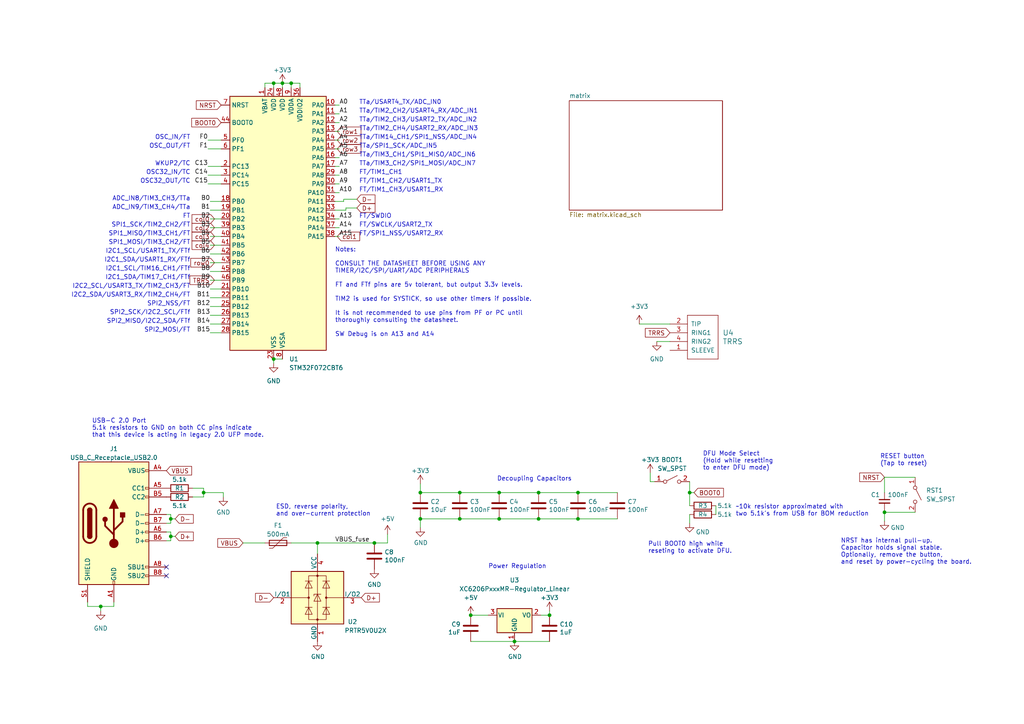
<source format=kicad_sch>
(kicad_sch (version 20230121) (generator eeschema)
  (paper "A4")
  (lib_symbols
    (symbol "+5V_1" (power) (pin_names (offset 0))
      (property "Value" "+5V_1" (at 0 3.556 0))
      (symbol "+5V_1_0_1"
        (polyline (pts (xy -0.762 1.27) (xy 0 2.54)))
        (polyline (pts (xy 0 0) (xy 0 2.54)))
        (polyline (pts (xy 0 2.54) (xy 0.762 1.27)))
      )
      (symbol "+5V_1_1_1"
        (pin power_in line (at 0 0 90) (length 0) hide (name "+5V") (number "1"))
      )
    )
    (symbol "Connector:USB_C_Receptacle_USB2.0" (pin_names (offset 1.016))
      (property "Reference" "J" (at -10.16 19.05 0))
      (property "Value" "USB_C_Receptacle_USB2.0" (at 19.05 19.05 0))
      (symbol "USB_C_Receptacle_USB2.0_0_0"
        (rectangle (start -0.254 -17.78) (end 0.254 -16.764))
        (rectangle (start 10.16 -14.986) (end 9.144 -15.494))
        (rectangle (start 10.16 -12.446) (end 9.144 -12.954))
        (rectangle (start 10.16 -4.826) (end 9.144 -5.334))
        (rectangle (start 10.16 -2.286) (end 9.144 -2.794))
        (rectangle (start 10.16 0.254) (end 9.144 -0.254))
        (rectangle (start 10.16 2.794) (end 9.144 2.286))
        (rectangle (start 10.16 7.874) (end 9.144 7.366))
        (rectangle (start 10.16 10.414) (end 9.144 9.906))
        (rectangle (start 10.16 15.494) (end 9.144 14.986))
      )
      (symbol "USB_C_Receptacle_USB2.0_0_1"
        (rectangle (start -10.16 17.78) (end 10.16 -17.78) (stroke (width 0.254)) (fill (type background)))
        (arc (start -8.89 -3.81) (mid -6.985 -5.7067) (end -5.08 -3.81) (stroke (width 0.508)))
        (arc (start -7.62 -3.81) (mid -6.985 -4.4423) (end -6.35 -3.81) (stroke (width 0.254)))
        (arc (start -7.62 -3.81) (mid -6.985 -4.4423) (end -6.35 -3.81) (stroke (width 0.254)) (fill (type outline)))
        (rectangle (start -7.62 -3.81) (end -6.35 3.81) (stroke (width 0.254)) (fill (type outline)))
        (arc (start -6.35 3.81) (mid -6.985 4.4423) (end -7.62 3.81) (stroke (width 0.254)))
        (arc (start -6.35 3.81) (mid -6.985 4.4423) (end -7.62 3.81) (stroke (width 0.254)) (fill (type outline)))
        (arc (start -5.08 3.81) (mid -6.985 5.7067) (end -8.89 3.81) (stroke (width 0.508)))
        (circle (center -2.54 1.143) (radius 0.635) (stroke (width 0.254)) (fill (type outline)))
        (circle (center 0 -5.842) (radius 1.27) (fill (type outline)))
        (polyline (pts (xy -8.89 -3.81) (xy -8.89 3.81)) (stroke (width 0.508)))
        (polyline (pts (xy -5.08 3.81) (xy -5.08 -3.81)) (stroke (width 0.508)))
        (polyline (pts (xy 0 -5.842) (xy 0 4.318)) (stroke (width 0.508)))
        (polyline (pts (xy 0 -3.302) (xy -2.54 -0.762) (xy -2.54 0.508)) (stroke (width 0.508)))
        (polyline (pts (xy 0 -2.032) (xy 2.54 0.508) (xy 2.54 1.778)) (stroke (width 0.508)))
        (polyline (pts (xy -1.27 4.318) (xy 0 6.858) (xy 1.27 4.318) (xy -1.27 4.318)) (stroke (width 0.254)) (fill (type outline)))
        (rectangle (start 1.905 1.778) (end 3.175 3.048) (stroke (width 0.254)) (fill (type outline)))
      )
      (symbol "USB_C_Receptacle_USB2.0_1_1"
        (pin passive line (at 0 -22.86 90) (length 5.08) (name "GND") (number "A1"))
        (pin passive line (at 0 -22.86 90) (length 5.08) hide (name "GND") (number "A12"))
        (pin passive line (at 15.24 15.24 180) (length 5.08) (name "VBUS") (number "A4"))
        (pin bidirectional line (at 15.24 10.16 180) (length 5.08) (name "CC1") (number "A5"))
        (pin bidirectional line (at 15.24 -2.54 180) (length 5.08) (name "D+") (number "A6"))
        (pin bidirectional line (at 15.24 2.54 180) (length 5.08) (name "D-") (number "A7"))
        (pin bidirectional line (at 15.24 -12.7 180) (length 5.08) (name "SBU1") (number "A8"))
        (pin passive line (at 15.24 15.24 180) (length 5.08) hide (name "VBUS") (number "A9"))
        (pin passive line (at 0 -22.86 90) (length 5.08) hide (name "GND") (number "B1"))
        (pin passive line (at 0 -22.86 90) (length 5.08) hide (name "GND") (number "B12"))
        (pin passive line (at 15.24 15.24 180) (length 5.08) hide (name "VBUS") (number "B4"))
        (pin bidirectional line (at 15.24 7.62 180) (length 5.08) (name "CC2") (number "B5"))
        (pin bidirectional line (at 15.24 -5.08 180) (length 5.08) (name "D+") (number "B6"))
        (pin bidirectional line (at 15.24 0 180) (length 5.08) (name "D-") (number "B7"))
        (pin bidirectional line (at 15.24 -15.24 180) (length 5.08) (name "SBU2") (number "B8"))
        (pin passive line (at 15.24 15.24 180) (length 5.08) hide (name "VBUS") (number "B9"))
        (pin passive line (at -7.62 -22.86 90) (length 5.08) (name "SHIELD") (number "S1"))
      )
    )
    (symbol "Device:C" (pin_numbers hide) (pin_names (offset 0.254))
      (property "Reference" "C" (at 0.635 2.54 0))
      (property "Value" "C" (at 0.635 -2.54 0))
      (symbol "C_0_1"
        (polyline (pts (xy -2.032 -0.762) (xy 2.032 -0.762)) (stroke (width 0.508)))
        (polyline (pts (xy -2.032 0.762) (xy 2.032 0.762)) (stroke (width 0.508)))
      )
      (symbol "C_1_1"
        (pin passive line (at 0 3.81 270) (length 2.794) (name "~") (number "1"))
        (pin passive line (at 0 -3.81 90) (length 2.794) (name "~") (number "2"))
      )
    )
    (symbol "Device:C_Small" (pin_numbers hide) (pin_names (offset 0.254) hide)
      (property "Reference" "C" (at 0.254 1.778 0))
      (property "Value" "C_Small" (at 0.254 -2.032 0))
      (symbol "C_Small_0_1"
        (polyline (pts (xy -1.524 -0.508) (xy 1.524 -0.508)) (stroke (width 0.3302)))
        (polyline (pts (xy -1.524 0.508) (xy 1.524 0.508)) (stroke (width 0.3048)))
      )
      (symbol "C_Small_1_1"
        (pin passive line (at 0 2.54 270) (length 2.032) (name "~") (number "1"))
        (pin passive line (at 0 -2.54 90) (length 2.032) (name "~") (number "2"))
      )
    )
    (symbol "Device:Polyfuse" (pin_numbers hide) (pin_names (offset 0))
      (property "Reference" "F" (at -2.54 0 90))
      (property "Value" "Polyfuse" (at 2.54 0 90))
      (symbol "Polyfuse_0_1"
        (rectangle (start -0.762 2.54) (end 0.762 -2.54) (stroke (width 0.254)))
        (polyline (pts (xy 0 2.54) (xy 0 -2.54)))
        (polyline (pts (xy -1.524 2.54) (xy -1.524 1.524) (xy 1.524 -1.524) (xy 1.524 -2.54)))
      )
      (symbol "Polyfuse_1_1"
        (pin passive line (at 0 3.81 270) (length 1.27) (name "~") (number "1"))
        (pin passive line (at 0 -3.81 90) (length 1.27) (name "~") (number "2"))
      )
    )
    (symbol "Device:R" (pin_numbers hide) (pin_names (offset 0))
      (property "Reference" "R" (at 2.032 0 90))
      (property "Value" "R" (at 0 0 90))
      (symbol "R_0_1"
        (rectangle (start -1.016 -2.54) (end 1.016 2.54) (stroke (width 0.254)))
      )
      (symbol "R_1_1"
        (pin passive line (at 0 3.81 270) (length 1.27) (name "~") (number "1"))
        (pin passive line (at 0 -3.81 90) (length 1.27) (name "~") (number "2"))
      )
    )
    (symbol "MCU_ST_STM32F0:STM32F072CBTx"
      (property "Reference" "U" (at -12.7 39.37 0))
      (property "Value" "STM32F072CBTx" (at 10.16 39.37 0))
      (symbol "STM32F072CBTx_0_1"
        (rectangle (start -12.7 -35.56) (end 15.24 38.1) (stroke (width 0.254)) (fill (type background)))
      )
      (symbol "STM32F072CBTx_1_1"
        (pin power_in line (at -2.54 40.64 270) (length 2.54) (name "VBAT") (number "1"))
        (pin bidirectional line (at 17.78 35.56 180) (length 2.54) (name "PA0") (number "10"))
        (pin bidirectional line (at 17.78 33.02 180) (length 2.54) (name "PA1") (number "11"))
        (pin bidirectional line (at 17.78 30.48 180) (length 2.54) (name "PA2") (number "12"))
        (pin bidirectional line (at 17.78 27.94 180) (length 2.54) (name "PA3") (number "13"))
        (pin bidirectional line (at 17.78 25.4 180) (length 2.54) (name "PA4") (number "14"))
        (pin bidirectional line (at 17.78 22.86 180) (length 2.54) (name "PA5") (number "15"))
        (pin bidirectional line (at 17.78 20.32 180) (length 2.54) (name "PA6") (number "16"))
        (pin bidirectional line (at 17.78 17.78 180) (length 2.54) (name "PA7") (number "17"))
        (pin bidirectional line (at -15.24 7.62 0) (length 2.54) (name "PB0") (number "18"))
        (pin bidirectional line (at -15.24 5.08 0) (length 2.54) (name "PB1") (number "19"))
        (pin bidirectional line (at -15.24 17.78 0) (length 2.54) (name "PC13") (number "2"))
        (pin bidirectional line (at -15.24 2.54 0) (length 2.54) (name "PB2") (number "20"))
        (pin bidirectional line (at -15.24 -17.78 0) (length 2.54) (name "PB10") (number "21"))
        (pin bidirectional line (at -15.24 -20.32 0) (length 2.54) (name "PB11") (number "22"))
        (pin power_in line (at 0 -38.1 90) (length 2.54) (name "VSS") (number "23"))
        (pin power_in line (at 0 40.64 270) (length 2.54) (name "VDD") (number "24"))
        (pin bidirectional line (at -15.24 -22.86 0) (length 2.54) (name "PB12") (number "25"))
        (pin bidirectional line (at -15.24 -25.4 0) (length 2.54) (name "PB13") (number "26"))
        (pin bidirectional line (at -15.24 -27.94 0) (length 2.54) (name "PB14") (number "27"))
        (pin bidirectional line (at -15.24 -30.48 0) (length 2.54) (name "PB15") (number "28"))
        (pin bidirectional line (at 17.78 15.24 180) (length 2.54) (name "PA8") (number "29"))
        (pin bidirectional line (at -15.24 15.24 0) (length 2.54) (name "PC14") (number "3"))
        (pin bidirectional line (at 17.78 12.7 180) (length 2.54) (name "PA9") (number "30"))
        (pin bidirectional line (at 17.78 10.16 180) (length 2.54) (name "PA10") (number "31"))
        (pin bidirectional line (at 17.78 7.62 180) (length 2.54) (name "PA11") (number "32"))
        (pin bidirectional line (at 17.78 5.08 180) (length 2.54) (name "PA12") (number "33"))
        (pin bidirectional line (at 17.78 2.54 180) (length 2.54) (name "PA13") (number "34"))
        (pin passive line (at 0 -38.1 90) (length 2.54) hide (name "VSS") (number "35"))
        (pin power_in line (at 7.62 40.64 270) (length 2.54) (name "VDDIO2") (number "36"))
        (pin bidirectional line (at 17.78 0 180) (length 2.54) (name "PA14") (number "37"))
        (pin bidirectional line (at 17.78 -2.54 180) (length 2.54) (name "PA15") (number "38"))
        (pin bidirectional line (at -15.24 0 0) (length 2.54) (name "PB3") (number "39"))
        (pin bidirectional line (at -15.24 12.7 0) (length 2.54) (name "PC15") (number "4"))
        (pin bidirectional line (at -15.24 -2.54 0) (length 2.54) (name "PB4") (number "40"))
        (pin bidirectional line (at -15.24 -5.08 0) (length 2.54) (name "PB5") (number "41"))
        (pin bidirectional line (at -15.24 -7.62 0) (length 2.54) (name "PB6") (number "42"))
        (pin bidirectional line (at -15.24 -10.16 0) (length 2.54) (name "PB7") (number "43"))
        (pin input line (at -15.24 30.48 0) (length 2.54) (name "BOOT0") (number "44"))
        (pin bidirectional line (at -15.24 -12.7 0) (length 2.54) (name "PB8") (number "45"))
        (pin bidirectional line (at -15.24 -15.24 0) (length 2.54) (name "PB9") (number "46"))
        (pin passive line (at 0 -38.1 90) (length 2.54) hide (name "VSS") (number "47"))
        (pin power_in line (at 2.54 40.64 270) (length 2.54) (name "VDD") (number "48"))
        (pin bidirectional line (at -15.24 25.4 0) (length 2.54) (name "PF0") (number "5"))
        (pin bidirectional line (at -15.24 22.86 0) (length 2.54) (name "PF1") (number "6"))
        (pin input line (at -15.24 35.56 0) (length 2.54) (name "NRST") (number "7"))
        (pin power_in line (at 2.54 -38.1 90) (length 2.54) (name "VSSA") (number "8"))
        (pin power_in line (at 5.08 40.64 270) (length 2.54) (name "VDDA") (number "9"))
      )
    )
    (symbol "Power_Protection:PRTR5V0U2X" (pin_names (offset 0))
      (property "Reference" "D" (at 2.794 8.636 0))
      (property "Value" "PRTR5V0U2X" (at 8.128 -9.398 0))
      (symbol "PRTR5V0U2X_0_1"
        (rectangle (start -7.62 -7.62) (end 7.62 7.62) (stroke (width 0.254)) (fill (type background)))
        (circle (center -2.54 0) (radius 0.254) (fill (type outline)))
        (rectangle (start -2.54 6.35) (end 2.54 -6.35))
        (circle (center 0 -6.35) (radius 0.254) (fill (type outline)))
        (polyline (pts (xy -2.54 0) (xy -7.62 0)))
        (polyline (pts (xy -1.524 -2.794) (xy -3.556 -2.794)))
        (polyline (pts (xy -1.524 4.826) (xy -3.556 4.826)))
        (polyline (pts (xy 0 -7.62) (xy 0 7.62)))
        (polyline (pts (xy 1.524 -2.794) (xy 3.556 -2.794)))
        (polyline (pts (xy 1.524 4.826) (xy 3.556 4.826)))
        (polyline (pts (xy 2.54 0) (xy 7.62 0)))
        (polyline (pts (xy 1.016 1.016) (xy -1.016 1.016) (xy -1.016 0.508)))
        (polyline (pts (xy -3.556 -4.826) (xy -1.524 -4.826) (xy -2.54 -2.794) (xy -3.556 -4.826)))
        (polyline (pts (xy -3.556 2.794) (xy -1.524 2.794) (xy -2.54 4.826) (xy -3.556 2.794)))
        (polyline (pts (xy -1.016 -1.016) (xy 1.016 -1.016) (xy 0 1.016) (xy -1.016 -1.016)))
        (polyline (pts (xy 3.556 -4.826) (xy 1.524 -4.826) (xy 2.54 -2.794) (xy 3.556 -4.826)))
        (polyline (pts (xy 3.556 2.794) (xy 1.524 2.794) (xy 2.54 4.826) (xy 3.556 2.794)))
        (circle (center 0 6.35) (radius 0.254) (fill (type outline)))
        (circle (center 2.54 0) (radius 0.254) (fill (type outline)))
      )
      (symbol "PRTR5V0U2X_1_1"
        (pin passive line (at 0 -12.7 90) (length 5.08) (name "GND") (number "1"))
        (pin passive line (at -12.7 0 0) (length 5.08) (name "I/O1") (number "2"))
        (pin passive line (at 12.7 0 180) (length 5.08) (name "I/O2") (number "3"))
        (pin passive line (at 0 12.7 270) (length 5.08) (name "VCC") (number "4"))
      )
    )
    (symbol "Switch:SW_SPST" (pin_names (offset 0) hide)
      (property "Reference" "SW" (at 0 3.175 0))
      (property "Value" "SW_SPST" (at 0 -2.54 0))
      (symbol "SW_SPST_0_0"
        (circle (center -2.032 0) (radius 0.508))
        (polyline (pts (xy -1.524 0.254) (xy 1.524 1.778)))
        (circle (center 2.032 0) (radius 0.508))
      )
      (symbol "SW_SPST_1_1"
        (pin passive line (at -5.08 0 0) (length 2.54) (name "A") (number "1"))
        (pin passive line (at 5.08 0 180) (length 2.54) (name "B") (number "2"))
      )
    )
    (symbol "keebio:TRRS" (pin_names (offset 1.016))
      (property "Reference" "U" (at 0 15.24 0))
      (property "Value" "TRRS" (at 0 -2.54 0))
      (symbol "TRRS_0_1"
        (rectangle (start -3.81 0) (end -3.81 12.7))
        (rectangle (start -3.81 12.7) (end 5.08 12.7))
        (rectangle (start 5.08 0) (end -3.81 0))
        (rectangle (start 5.08 12.7) (end 5.08 0))
      )
      (symbol "TRRS_1_1"
        (pin input line (at -8.89 2.54 0) (length 5.08) (name "SLEEVE") (number "1"))
        (pin input line (at -8.89 10.16 0) (length 5.08) (name "TIP") (number "2"))
        (pin input line (at -8.89 7.62 0) (length 5.08) (name "RING1") (number "3"))
        (pin input line (at -8.89 5.08 0) (length 5.08) (name "RING2") (number "4"))
      )
    )
    (symbol "kicad-keyboard-parts:XC6206PxxxMR-Regulator_Linear" (pin_names (offset 0.254))
      (property "Reference" "U" (at -3.81 3.175 0))
      (property "Value" "XC6206PxxxMR-Regulator_Linear" (at 0 3.175 0))
      (property "LCSC" "C5446" (at 0 0 0))
      (symbol "XC6206PxxxMR-Regulator_Linear_0_1"
        (rectangle (start -5.08 1.905) (end 5.08 -5.08) (stroke (width 0.254)) (fill (type background)))
      )
      (symbol "XC6206PxxxMR-Regulator_Linear_1_1"
        (pin power_in line (at 0 -7.62 90) (length 2.54) (name "GND") (number "1"))
        (pin power_out line (at 7.62 0 180) (length 2.54) (name "VO") (number "2"))
        (pin power_in line (at -7.62 0 0) (length 2.54) (name "VI") (number "3"))
      )
    )
    (symbol "power:+3V3" (power) (pin_names (offset 0))
      (property "Value" "+3V3" (at 0 3.556 0))
      (symbol "+3V3_0_1"
        (polyline (pts (xy -0.762 1.27) (xy 0 2.54)))
        (polyline (pts (xy 0 0) (xy 0 2.54)))
        (polyline (pts (xy 0 2.54) (xy 0.762 1.27)))
      )
      (symbol "+3V3_1_1"
        (pin power_in line (at 0 0 90) (length 0) hide (name "+3V3") (number "1"))
      )
    )
    (symbol "power:+5V" (power) (pin_names (offset 0))
      (property "Value" "+5V" (at 0 3.556 0))
      (symbol "+5V_0_1"
        (polyline (pts (xy -0.762 1.27) (xy 0 2.54)))
        (polyline (pts (xy 0 0) (xy 0 2.54)))
        (polyline (pts (xy 0 2.54) (xy 0.762 1.27)))
      )
      (symbol "+5V_1_1"
        (pin power_in line (at 0 0 90) (length 0) hide (name "+5V") (number "1"))
      )
    )
    (symbol "power:GND" (power) (pin_names (offset 0))
      (property "Value" "GND" (at 0 -3.81 0))
      (symbol "GND_0_1"
        (polyline (pts (xy 0 0) (xy 0 -1.27) (xy 1.27 -1.27) (xy 0 -2.54) (xy -1.27 -1.27) (xy 0 -1.27)))
      )
      (symbol "GND_1_1"
        (pin power_in line (at 0 0 270) (length 0) hide (name "GND") (number "1"))
      )
    )
  )
  (junction (at 200.025 142.875))
  (junction (at 81.915 24.13))
  (junction (at 159.385 178.435))
  (junction (at 59.055 142.875))
  (junction (at 79.375 24.13))
  (junction (at 156.21 150.495))
  (junction (at 136.525 178.435))
  (junction (at 156.21 142.875))
  (junction (at 121.92 150.495))
  (junction (at 149.225 186.055) (diameter 0.9144))
  (junction (at 256.54 148.59))
  (junction (at 121.92 142.875))
  (junction (at 79.375 104.14))
  (junction (at 144.78 150.495))
  (junction (at 133.35 150.495))
  (junction (at 167.64 150.495))
  (junction (at 167.64 142.875))
  (junction (at 92.075 157.48))
  (junction (at 144.78 142.875))
  (junction (at 108.585 157.48))
  (junction (at 49.53 155.575))
  (junction (at 29.21 175.895))
  (junction (at 49.53 150.495))
  (junction (at 133.35 142.875))
  (junction (at 84.455 24.13))
  (no_connect (at 48.26 167.005))
  (no_connect (at 48.26 164.465))
  (wire (pts (xy 167.64 150.495) (xy 179.07 150.495)))
  (wire (pts (xy 48.26 156.845) (xy 49.53 156.845)))
  (wire (pts (xy 60.96 76.2) (xy 64.135 76.2)))
  (wire (pts (xy 98.425 40.64) (xy 97.155 40.64)))
  (wire (pts (xy 29.21 175.895) (xy 33.02 175.895)))
  (wire (pts (xy 60.96 60.96) (xy 64.135 60.96)))
  (wire (pts (xy 86.995 24.13) (xy 86.995 25.4)))
  (wire (pts (xy 48.26 149.225) (xy 49.53 149.225)))
  (wire (pts (xy 98.425 53.34) (xy 97.155 53.34)))
  (wire (pts (xy 59.055 144.145) (xy 59.055 142.875)))
  (wire (pts (xy 144.78 150.495) (xy 133.35 150.495)))
  (wire (pts (xy 55.88 144.145) (xy 59.055 144.145)))
  (wire (pts (xy 98.425 48.26) (xy 97.155 48.26)))
  (wire (pts (xy 49.53 150.495) (xy 49.53 151.765)))
  (wire (pts (xy 59.055 142.875) (xy 59.055 141.605)))
  (wire (pts (xy 189.865 139.7) (xy 188.595 139.7)))
  (wire (pts (xy 29.21 177.165) (xy 29.21 175.895)))
  (wire (pts (xy 84.455 24.13) (xy 84.455 25.4)))
  (wire (pts (xy 98.425 35.56) (xy 97.155 35.56)))
  (wire (pts (xy 59.055 142.875) (xy 64.77 142.875)))
  (wire (pts (xy 144.78 142.875) (xy 133.35 142.875)))
  (wire (pts (xy 60.96 63.5) (xy 64.135 63.5)))
  (wire (pts (xy 84.455 24.13) (xy 86.995 24.13)))
  (wire (pts (xy 200.025 142.875) (xy 201.295 142.875)))
  (wire (pts (xy 60.96 78.74) (xy 64.135 78.74)))
  (wire (pts (xy 79.375 24.13) (xy 79.375 25.4)))
  (wire (pts (xy 55.88 141.605) (xy 59.055 141.605)))
  (wire (pts (xy 149.225 186.055) (xy 159.385 186.055)))
  (wire (pts (xy 60.96 93.98) (xy 64.135 93.98)))
  (wire (pts (xy 194.31 93.98) (xy 185.42 93.98)))
  (wire (pts (xy 79.375 105.41) (xy 79.375 104.14)))
  (wire (pts (xy 60.96 83.82) (xy 64.135 83.82)))
  (wire (pts (xy 98.425 38.1) (xy 97.155 38.1)))
  (wire (pts (xy 256.54 151.13) (xy 256.54 148.59)))
  (wire (pts (xy 60.96 73.66) (xy 64.135 73.66)))
  (wire (pts (xy 136.525 178.435) (xy 141.605 178.435)))
  (wire (pts (xy 207.645 146.685) (xy 207.645 149.225)))
  (wire (pts (xy 156.21 142.875) (xy 167.64 142.875)))
  (wire (pts (xy 98.425 63.5) (xy 97.155 63.5)))
  (wire (pts (xy 60.96 71.12) (xy 64.135 71.12)))
  (wire (pts (xy 190.5 99.06) (xy 194.31 99.06)))
  (wire (pts (xy 108.585 157.48) (xy 112.395 157.48)))
  (wire (pts (xy 188.595 139.7) (xy 188.595 137.16)))
  (wire (pts (xy 100.33 60.325) (xy 100.33 60.96)))
  (wire (pts (xy 60.96 66.04) (xy 64.135 66.04)))
  (wire (pts (xy 76.835 24.13) (xy 76.835 25.4)))
  (wire (pts (xy 98.425 43.18) (xy 97.155 43.18)))
  (wire (pts (xy 60.96 91.44) (xy 64.135 91.44)))
  (wire (pts (xy 256.54 138.43) (xy 265.43 138.43)))
  (wire (pts (xy 156.845 178.435) (xy 159.385 178.435)))
  (wire (pts (xy 144.78 142.875) (xy 156.21 142.875)))
  (wire (pts (xy 98.425 45.72) (xy 97.155 45.72)))
  (wire (pts (xy 200.025 139.7) (xy 200.025 142.875)))
  (wire (pts (xy 84.455 24.13) (xy 81.915 24.13)))
  (wire (pts (xy 60.96 58.42) (xy 64.135 58.42)))
  (wire (pts (xy 256.54 138.43) (xy 256.54 142.875)))
  (wire (pts (xy 98.425 55.88) (xy 97.155 55.88)))
  (wire (pts (xy 60.96 86.36) (xy 64.135 86.36)))
  (wire (pts (xy 70.485 157.48) (xy 76.835 157.48)))
  (wire (pts (xy 100.33 60.96) (xy 97.155 60.96)))
  (wire (pts (xy 121.92 153.035) (xy 121.92 150.495)))
  (wire (pts (xy 49.53 156.845) (xy 49.53 155.575)))
  (wire (pts (xy 60.325 48.26) (xy 64.135 48.26)))
  (wire (pts (xy 60.325 50.8) (xy 64.135 50.8)))
  (wire (pts (xy 48.26 154.305) (xy 49.53 154.305)))
  (wire (pts (xy 84.455 157.48) (xy 92.075 157.48)))
  (wire (pts (xy 79.375 104.14) (xy 81.915 104.14)))
  (wire (pts (xy 167.64 142.875) (xy 179.07 142.875)))
  (wire (pts (xy 121.92 140.335) (xy 121.92 142.875)))
  (wire (pts (xy 60.96 96.52) (xy 64.135 96.52)))
  (wire (pts (xy 256.54 148.59) (xy 256.54 147.955)))
  (wire (pts (xy 49.53 150.495) (xy 50.8 150.495)))
  (wire (pts (xy 79.375 24.13) (xy 81.915 24.13)))
  (wire (pts (xy 256.54 148.59) (xy 265.43 148.59)))
  (wire (pts (xy 200.025 149.225) (xy 200.025 151.765)))
  (wire (pts (xy 60.325 40.64) (xy 64.135 40.64)))
  (wire (pts (xy 60.96 88.9) (xy 64.135 88.9)))
  (wire (pts (xy 60.96 81.28) (xy 64.135 81.28)))
  (wire (pts (xy 25.4 175.895) (xy 29.21 175.895)))
  (wire (pts (xy 112.395 154.94) (xy 112.395 157.48)))
  (wire (pts (xy 76.835 24.13) (xy 79.375 24.13)))
  (wire (pts (xy 60.96 68.58) (xy 64.135 68.58)))
  (wire (pts (xy 200.025 142.875) (xy 200.025 146.685)))
  (wire (pts (xy 48.26 151.765) (xy 49.53 151.765)))
  (wire (pts (xy 99.695 57.785) (xy 99.695 58.42)))
  (wire (pts (xy 25.4 174.625) (xy 25.4 175.895)))
  (wire (pts (xy 103.505 60.325) (xy 100.33 60.325)))
  (wire (pts (xy 49.53 154.305) (xy 49.53 155.575)))
  (wire (pts (xy 98.425 50.8) (xy 97.155 50.8)))
  (wire (pts (xy 98.425 33.02) (xy 97.155 33.02)))
  (wire (pts (xy 98.425 66.04) (xy 97.155 66.04)))
  (wire (pts (xy 49.53 155.575) (xy 50.8 155.575)))
  (wire (pts (xy 133.35 150.495) (xy 121.92 150.495)))
  (wire (pts (xy 159.385 177.165) (xy 159.385 178.435)))
  (wire (pts (xy 64.77 142.875) (xy 64.77 144.145)))
  (wire (pts (xy 33.02 175.895) (xy 33.02 174.625)))
  (wire (pts (xy 99.695 58.42) (xy 97.155 58.42)))
  (wire (pts (xy 92.075 157.48) (xy 92.075 160.655)))
  (wire (pts (xy 60.325 43.18) (xy 64.135 43.18)))
  (wire (pts (xy 103.505 57.785) (xy 99.695 57.785)))
  (wire (pts (xy 149.225 186.055) (xy 136.525 186.055)))
  (wire (pts (xy 92.075 157.48) (xy 108.585 157.48)))
  (wire (pts (xy 98.425 30.48) (xy 97.155 30.48)))
  (wire (pts (xy 98.425 68.58) (xy 97.155 68.58)))
  (wire (pts (xy 81.915 24.13) (xy 81.915 25.4)))
  (wire (pts (xy 133.35 142.875) (xy 121.92 142.875)))
  (wire (pts (xy 49.53 149.225) (xy 49.53 150.495)))
  (wire (pts (xy 144.78 150.495) (xy 156.21 150.495)))
  (wire (pts (xy 156.21 150.495) (xy 167.64 150.495)))
  (wire (pts (xy 60.325 53.34) (xy 64.135 53.34)))
  (text "SPI1_SCK/TIM2_CH2/FT" (at 55.245 66.04 0) (effects (font (size 1.27 1.27)) (justify right bottom)))
  (text "FT/TIM1_CH1" (at 104.14 50.8 0) (effects (font (size 1.27 1.27)) (justify left bottom)))
  (text "FT/TIM1_CH3/USART1_RX" (at 104.14 55.88 0) (effects (font (size 1.27 1.27)) (justify left bottom)))
  (text "SPI2_NSS/FT" (at 55.245 88.9 0) (effects (font (size 1.27 1.27)) (justify right bottom)))
  (text "Notes:\n\nCONSULT THE DATASHEET BEFORE USING ANY \nTIMER/I2C/SPI/UART/ADC PERIPHERALS\n\nFT and FTf pins are 5v tolerant, but output 3.3v levels.\n\nTIM2 is used for SYSTICK, so use other timers if possible.\n\nIt is not recommended to use pins from PF or PC until\nthoroughly consulting the datasheet.\n\nSW Debug is on A13 and A14" (at 97.155 97.79 0) (effects (font (size 1.27 1.27)) (justify left bottom)))
  (text "TTa/TIM2_CH4/USART2_RX/ADC_IN3" (at 104.14 38.1 0) (effects (font (size 1.27 1.27)) (justify left bottom)))
  (text "NRST has internal pull-up.\nCapacitor holds signal stable.\nOptionally, remove the button,\nand reset by power-cycling the board." (at 243.84 163.83 0) (effects (font (size 1.27 1.27)) (justify left bottom)))
  (text "FT/SWDIO" (at 104.14 63.5 0) (effects (font (size 1.27 1.27)) (justify left bottom)))
  (text "Decoupling Capacitors" (at 144.145 139.7 0) (effects (font (size 1.27 1.27)) (justify left bottom)))
  (text "SPI1_MOSI/TIM3_CH2/FT" (at 55.245 71.12 0) (effects (font (size 1.27 1.27)) (justify right bottom)))
  (text "ADC_IN9/TIM3_CH4/TTa" (at 55.245 60.96 0) (effects (font (size 1.27 1.27)) (justify right bottom)))
  (text "I2C2_SCL/USART3_TX/TIM2_CH3/FT" (at 55.245 83.82 0) (effects (font (size 1.27 1.27)) (justify right bottom)))
  (text "SPI2_MISO/I2C2_SDA/FTf" (at 55.245 93.98 0) (effects (font (size 1.27 1.27)) (justify right bottom)))
  (text "FT/SWCLK/USART2_TX" (at 104.14 66.04 0) (effects (font (size 1.27 1.27)) (justify left bottom)))
  (text "I2C1_SCL/TIM16_CH1/FTf" (at 55.245 78.74 0) (effects (font (size 1.27 1.27)) (justify right bottom)))
  (text "~10k resistor approximated with\ntwo 5.1k's from USB for BOM reduction" (at 213.36 149.86 0) (effects (font (size 1.27 1.27)) (justify left bottom)))
  (text "TTa/TIM2_CH2/USART4_RX/ADC_IN1" (at 104.14 33.02 0) (effects (font (size 1.27 1.27)) (justify left bottom)))
  (text "USB-C 2.0 Port\n5.1k resistors to GND on both CC pins indicate\nthat this device is acting in legacy 2.0 UFP mode." (at 26.67 127 0) (effects (font (size 1.27 1.27)) (justify left bottom)))
  (text "TTa/TIM2_CH3/USART2_TX/ADC_IN2" (at 104.14 35.56 0) (effects (font (size 1.27 1.27)) (justify left bottom)))
  (text "OSC_IN/FT" (at 55.245 40.64 0) (effects (font (size 1.27 1.27)) (justify right bottom)))
  (text "DFU Mode Select\n(Hold while resetting\nto enter DFU mode)" (at 203.835 136.525 0) (effects (font (size 1.27 1.27)) (justify left bottom)))
  (text "WKUP2/TC" (at 55.245 48.26 0) (effects (font (size 1.27 1.27)) (justify right bottom)))
  (text "I2C2_SDA/USART3_RX/TIM2_CH4/FT" (at 55.245 86.36 0) (effects (font (size 1.27 1.27)) (justify right bottom)))
  (text "ADC_IN8/TIM3_CH3/TTa" (at 55.245 58.42 0) (effects (font (size 1.27 1.27)) (justify right bottom)))
  (text "RESET button\n(Tap to reset)" (at 255.27 135.255 0) (effects (font (size 1.27 1.27)) (justify left bottom)))
  (text "Pull BOOT0 high while \nreseting to activate DFU." (at 187.96 160.655 0) (effects (font (size 1.27 1.27)) (justify left bottom)))
  (text "I2C1_SDA/TIM17_CH1/FTf" (at 55.245 81.28 0) (effects (font (size 1.27 1.27)) (justify right bottom)))
  (text "TTa/SPI1_SCK/ADC_IN5" (at 104.14 43.18 0) (effects (font (size 1.27 1.27)) (justify left bottom)))
  (text "TTa/TIM3_CH1/SPI1_MISO/ADC_IN6" (at 104.14 45.72 0) (effects (font (size 1.27 1.27)) (justify left bottom)))
  (text "TTa/TIM3_CH2/SPI1_MOSI/ADC_IN7" (at 104.14 48.26 0) (effects (font (size 1.27 1.27)) (justify left bottom)))
  (text "OSC32_OUT/TC" (at 55.245 53.34 0) (effects (font (size 1.27 1.27)) (justify right bottom)))
  (text "FT/SPI1_NSS/USART2_RX" (at 104.14 68.58 0) (effects (font (size 1.27 1.27)) (justify left bottom)))
  (text "SPI1_MISO/TIM3_CH1/FT" (at 55.245 68.58 0) (effects (font (size 1.27 1.27)) (justify right bottom)))
  (text "OSC32_IN/TC" (at 55.245 50.8 0) (effects (font (size 1.27 1.27)) (justify right bottom)))
  (text "TTa/TIM14_CH1/SPI1_NSS/ADC_IN4" (at 104.14 40.64 0) (effects (font (size 1.27 1.27)) (justify left bottom)))
  (text "I2C1_SDA/USART1_RX/FTf" (at 55.245 76.2 0) (effects (font (size 1.27 1.27)) (justify right bottom)))
  (text "SPI2_MOSI/FT" (at 55.245 96.52 0) (effects (font (size 1.27 1.27)) (justify right bottom)))
  (text "FT/TIM1_CH2/USART1_TX" (at 104.14 53.34 0) (effects (font (size 1.27 1.27)) (justify left bottom)))
  (text "Power Regulation" (at 141.605 165.1 0) (effects (font (size 1.27 1.27)) (justify left bottom)))
  (text "SPI2_SCK/I2C2_SCL/FTf" (at 55.245 91.44 0) (effects (font (size 1.27 1.27)) (justify right bottom)))
  (text "OSC_OUT/FT" (at 55.245 43.18 0) (effects (font (size 1.27 1.27)) (justify right bottom)))
  (text "ESD, reverse polarity,\nand over-current protection" (at 80.01 149.86 0) (effects (font (size 1.27 1.27)) (justify left bottom)))
  (text "FT" (at 55.245 63.5 0) (effects (font (size 1.27 1.27)) (justify right bottom)))
  (text "TTa/USART4_TX/ADC_IN0" (at 104.14 30.48 0) (effects (font (size 1.27 1.27)) (justify left bottom)))
  (text "I2C1_SCL/USART1_TX/FTf" (at 55.245 73.66 0) (effects (font (size 1.27 1.27)) (justify right bottom)))
  (label "A1" (at 98.425 33.02 0))
  (label "A3" (at 98.425 38.1 0))
  (label "A13" (at 98.425 63.5 0))
  (label "A10" (at 98.425 55.88 0))
  (label "B7" (at 60.96 76.2 180))
  (label "B13" (at 60.96 91.44 180))
  (label "A6" (at 98.425 45.72 0))
  (label "B1" (at 60.96 60.96 180))
  (label "B9" (at 60.96 81.28 180))
  (label "B5" (at 60.96 71.12 180))
  (label "B14" (at 60.96 93.98 180))
  (label "A8" (at 98.425 50.8 0))
  (label "B0" (at 60.96 58.42 180))
  (label "A9" (at 98.425 53.34 0))
  (label "VBUS_fuse" (at 97.155 157.48 0))
  (label "A2" (at 98.425 35.56 0))
  (label "B8" (at 60.96 78.74 180))
  (label "A4" (at 98.425 40.64 0))
  (label "B12" (at 60.96 88.9 180))
  (label "B4" (at 60.96 68.58 180))
  (label "C14" (at 60.325 50.8 180))
  (label "B6" (at 60.96 73.66 180))
  (label "B15" (at 60.96 96.52 180))
  (label "A14" (at 98.425 66.04 0))
  (label "B10" (at 60.96 83.82 180))
  (label "B11" (at 60.96 86.36 180))
  (label "C15" (at 60.325 53.34 180))
  (label "B3" (at 60.96 66.04 180))
  (label "A0" (at 98.425 30.48 0))
  (label "B2" (at 60.96 63.5 180))
  (label "F1" (at 60.325 43.18 180))
  (label "A5" (at 98.425 43.18 0))
  (label "A7" (at 98.425 48.26 0))
  (label "C13" (at 60.325 48.26 180))
  (label "F0" (at 60.325 40.64 180))
  (label "A15" (at 98.425 68.58 0))
  (global_label "row2" (shape input) (at 97.79 40.64 0) (property "Intersheetrefs" "${INTERSHEET_REFS}" (effects hide)))
  (global_label "TRRS" (shape input) (at 194.31 96.52 180) (property "Intersheetrefs" "${INTERSHEET_REFS}" (effects hide)))
  (global_label "VBUS" (shape input) (at 70.485 157.48 180) (property "Intersheetrefs" "${INTERSHEET_REFS}" (effects hide)))
  (global_label "TRRS" (shape input) (at 62.23 81.28 180) (property "Intersheetrefs" "${INTERSHEET_REFS}" (effects hide)))
  (global_label "D-" (shape input) (at 103.505 57.785 0) (property "Intersheetrefs" "${INTERSHEET_REFS}" (effects hide)))
  (global_label "D-" (shape input) (at 79.375 173.355 180) (property "Intersheetrefs" "${INTERSHEET_REFS}" (effects hide)))
  (global_label "col3" (shape input) (at 62.23 68.58 180) (property "Intersheetrefs" "${INTERSHEET_REFS}" (effects hide)))
  (global_label "BOOT0" (shape input) (at 64.135 35.56 180) (property "Intersheetrefs" "${INTERSHEET_REFS}" (effects hide)))
  (global_label "row0" (shape input) (at 62.23 76.2 180) (property "Intersheetrefs" "${INTERSHEET_REFS}" (effects hide)))
  (global_label "D+" (shape input) (at 103.505 60.325 0) (property "Intersheetrefs" "${INTERSHEET_REFS}" (effects hide)))
  (global_label "D+" (shape input) (at 104.775 173.355 0) (property "Intersheetrefs" "${INTERSHEET_REFS}" (effects hide)))
  (global_label "D-" (shape input) (at 50.8 150.495 0) (property "Intersheetrefs" "${INTERSHEET_REFS}" (effects hide)))
  (global_label "row1" (shape input) (at 97.79 38.1 0) (property "Intersheetrefs" "${INTERSHEET_REFS}" (effects hide)))
  (global_label "col1" (shape input) (at 97.79 68.58 0) (property "Intersheetrefs" "${INTERSHEET_REFS}" (effects hide)))
  (global_label "NRST" (shape input) (at 256.54 138.43 180) (property "Intersheetrefs" "${INTERSHEET_REFS}" (effects hide)))
  (global_label "NRST" (shape input) (at 64.135 30.48 180) (property "Intersheetrefs" "${INTERSHEET_REFS}" (effects hide)))
  (global_label "BOOT0" (shape input) (at 201.295 142.875 0) (property "Intersheetrefs" "${INTERSHEET_REFS}" (effects hide)))
  (global_label "col2" (shape input) (at 62.23 66.04 180) (property "Intersheetrefs" "${INTERSHEET_REFS}" (effects hide)))
  (global_label "D+" (shape input) (at 50.8 155.575 0) (property "Intersheetrefs" "${INTERSHEET_REFS}" (effects hide)))
  (global_label "row3" (shape input) (at 97.79 43.18 0) (property "Intersheetrefs" "${INTERSHEET_REFS}" (effects hide)))
  (global_label "VBUS" (shape input) (at 48.26 136.525 0) (property "Intersheetrefs" "${INTERSHEET_REFS}" (effects hide)))
  (global_label "col0" (shape input) (at 62.23 63.5 180) (property "Intersheetrefs" "${INTERSHEET_REFS}" (effects hide)))
  (global_label "col4" (shape input) (at 62.23 71.12 180) (property "Intersheetrefs" "${INTERSHEET_REFS}" (effects hide)))
  (symbol (lib_id "Connector:USB_C_Receptacle_USB2.0") (at 33.02 151.765 0) (unit 1)
    (property "Reference" "J1" (at 33.02 130.175 0))
    (property "Value" "USB_C_Receptacle_USB2.0" (at 33.02 132.715 0))
    (property "Footprint" "Connector_USB:USB_C_Receptacle_HRO_TYPE-C-31-M-12" (effects hide))
    (property "Datasheet" "https://www.usb.org/sites/default/files/documents/usb_type-c.zip" (effects hide))
    (property "JlcRotOffset" "180" (effects hide))
    (property "JlcPosOffset" "0,1.5" (effects hide))
  )
  (symbol (lib_id "power:+3V3") (at 81.915 24.13 0) (unit 1)
    (property "Reference" "#PWR01" (effects hide))
    (property "Value" "+3V3" (at 81.915 20.32 0))
  )
  (symbol (lib_id "Device:R") (at 203.835 146.685 90) (unit 1)
    (property "Reference" "R3" (at 203.835 146.685 90))
    (property "Value" "5.1k" (at 210.185 146.685 90))
    (property "Footprint" "Resistor_SMD:R_0402_1005Metric" (effects hide))
  )
  (symbol (lib_id "Device:C") (at 108.585 161.29 0) (unit 1)
    (property "Reference" "C8" (at 111.506 160.1216 0) (effects (justify left)))
    (property "Value" "100nF" (at 111.506 162.433 0) (effects (justify left)))
    (property "Footprint" "Capacitor_SMD:C_0402_1005Metric" (effects hide))
    (property "LCSC" "C307331" (effects hide))
  )
  (symbol (lib_id "Device:Polyfuse") (at 80.645 157.48 90) (unit 1)
    (property "Reference" "F1" (at 80.645 152.4 90))
    (property "Value" "500mA" (at 80.645 154.94 90))
    (property "Footprint" "Fuse:Fuse_1206_3216Metric" (effects hide))
    (property "LCSC" "C135341" (effects hide))
  )
  (symbol (lib_id "power:GND") (at 79.375 105.41 0) (unit 1)
    (property "Reference" "#PWR02" (effects hide))
    (property "Value" "GND" (at 79.375 110.49 0))
  )
  (symbol (lib_id "power:GND") (at 64.77 144.145 0) (unit 1)
    (property "Reference" "#PWR05" (effects hide))
    (property "Value" "GND" (at 64.77 148.59 0))
  )
  (symbol (lib_id "power:GND") (at 121.92 153.035 0) (unit 1)
    (property "Reference" "#PWR08" (effects hide))
    (property "Value" "GND" (at 122.047 157.4292 0))
  )
  (symbol (lib_id "MCU_ST_STM32F0:STM32F072CBTx") (at 79.375 66.04 0) (unit 1)
    (property "Reference" "U1" (at 83.8709 104.14 0) (effects (justify left)))
    (property "Value" "STM32F072CBT6" (at 83.8709 106.68 0) (effects (justify left)))
    (property "Footprint" "Package_QFP:LQFP-48_7x7mm_P0.5mm" (effects hide))
    (property "Datasheet" "https://www.st.com/resource/en/datasheet/stm32f072cb.pdf" (effects hide))
    (property "JlcRotOffset" "90" (effects hide))
  )
  (symbol (lib_id "Device:C") (at 167.64 146.685 0) (unit 1)
    (property "Reference" "C6" (at 170.561 145.5166 0) (effects (justify left)))
    (property "Value" "100nF" (at 170.561 147.828 0) (effects (justify left)))
    (property "Footprint" "Capacitor_SMD:C_0402_1005Metric" (effects hide))
    (property "LCSC" "C307331" (effects hide))
  )
  (symbol (lib_id "power:+3V3") (at 121.92 140.335 0) (unit 1)
    (property "Reference" "#PWR04" (effects hide))
    (property "Value" "+3V3" (at 121.92 136.525 0))
  )
  (symbol (lib_id "power:GND") (at 29.21 177.165 0) (unit 1)
    (property "Reference" "#PWR011" (effects hide))
    (property "Value" "GND" (at 29.21 182.245 0))
  )
  (symbol (lib_id "keebio:TRRS") (at 203.2 104.14 0) (unit 1)
    (property "Reference" "U4" (at 209.55 96.52 0) (effects (font (size 1.524 1.524)) (justify left)))
    (property "Value" "TRRS" (at 209.55 99.06 0) (effects (font (size 1.524 1.524)) (justify left)))
    (property "Footprint" "Keebio-Parts:TRRS-PJ-320A" (effects hide))
  )
  (symbol (lib_id "Device:C") (at 159.385 182.245 0) (unit 1)
    (property "Reference" "C10" (at 162.306 181.0766 0) (effects (justify left)))
    (property "Value" "1uF" (at 162.306 183.388 0) (effects (justify left)))
    (property "Footprint" "Capacitor_SMD:C_0402_1005Metric" (effects hide))
    (property "LCSC" "C307331" (effects hide))
  )
  (symbol (lib_id "kicad-keyboard-parts:XC6206PxxxMR-Regulator_Linear") (at 149.225 178.435 0) (unit 1)
    (property "Reference" "U3" (at 149.225 168.275 0))
    (property "Value" "XC6206PxxxMR-Regulator_Linear" (at 149.225 170.815 0))
    (property "Footprint" "Package_TO_SOT_SMD:SOT-23" (effects hide))
    (property "Datasheet" "https://www.torexsemi.com/file/xc6206/XC6206.pdf" (effects hide))
    (property "LCSC" "C5446" (effects hide))
  )
  (symbol (lib_id "power:+3V3") (at 185.42 93.98 0) (unit 1)
    (property "Reference" "#PWR016" (effects hide))
    (property "Value" "+3V3" (at 185.42 88.9 0))
  )
  (symbol (lib_id "power:GND") (at 200.025 151.765 0) (unit 1)
    (property "Reference" "#PWR07" (effects hide))
    (property "Value" "GND" (at 203.835 154.305 0))
  )
  (symbol (lib_id "power:+3V3") (at 188.595 137.16 0) (mirror y) (unit 1)
    (property "Reference" "#PWR03" (effects hide))
    (property "Value" "+3V3" (at 188.595 133.35 0))
  )
  (symbol (lib_id "power:+3V3") (at 159.385 177.165 0) (unit 1)
    (property "Reference" "#PWR012" (effects hide))
    (property "Value" "+3V3" (at 159.385 173.355 0))
  )
  (symbol (lib_name "+5V_1") (lib_id "power:+5V") (at 112.395 154.94 0) (unit 1)
    (property "Reference" "#PWR09" (effects hide))
    (property "Value" "+5V" (at 112.395 150.495 0))
  )
  (symbol (lib_id "Device:R") (at 52.07 141.605 270) (unit 1)
    (property "Reference" "R1" (at 52.07 141.605 90))
    (property "Value" "5.1k" (at 52.07 139.065 90))
    (property "Footprint" "Resistor_SMD:R_0402_1005Metric" (effects hide))
  )
  (symbol (lib_id "power:GND") (at 108.585 165.1 0) (unit 1)
    (property "Reference" "#PWR010" (effects hide))
    (property "Value" "GND" (at 108.585 169.545 0))
  )
  (symbol (lib_id "power:GND") (at 149.225 186.055 0) (unit 1)
    (property "Reference" "#PWR015" (effects hide))
    (property "Value" "GND" (at 149.352 190.4492 0))
  )
  (symbol (lib_id "power:+5V") (at 136.525 178.435 0) (unit 1)
    (property "Reference" "#PWR013" (effects hide))
    (property "Value" "+5V" (at 136.525 173.355 0))
  )
  (symbol (lib_id "Switch:SW_SPST") (at 194.945 139.7 0) (unit 1)
    (property "Reference" "BOOT1" (at 194.945 133.35 0))
    (property "Value" "SW_SPST" (at 194.945 135.89 0))
    (property "Footprint" "Button_Switch_SMD:SW_SPST_TL3342" (effects hide))
  )
  (symbol (lib_id "Device:C") (at 144.78 146.685 0) (unit 1)
    (property "Reference" "C4" (at 147.701 145.5166 0) (effects (justify left)))
    (property "Value" "100nF" (at 147.701 147.828 0) (effects (justify left)))
    (property "Footprint" "Capacitor_SMD:C_0402_1005Metric" (effects hide))
    (property "LCSC" "C307331" (effects hide))
  )
  (symbol (lib_id "power:GND") (at 256.54 151.13 0) (mirror y) (unit 1)
    (property "Reference" "#PWR06" (effects hide))
    (property "Value" "GND" (at 260.35 153.035 0))
  )
  (symbol (lib_id "Device:C") (at 133.35 146.685 0) (unit 1)
    (property "Reference" "C3" (at 136.271 145.5166 0) (effects (justify left)))
    (property "Value" "100nF" (at 136.271 147.828 0) (effects (justify left)))
    (property "Footprint" "Capacitor_SMD:C_0402_1005Metric" (effects hide))
    (property "LCSC" "C307331" (effects hide))
  )
  (symbol (lib_id "Device:C") (at 156.21 146.685 0) (unit 1)
    (property "Reference" "C5" (at 159.131 145.5166 0) (effects (justify left)))
    (property "Value" "100nF" (at 159.131 147.828 0) (effects (justify left)))
    (property "Footprint" "Capacitor_SMD:C_0402_1005Metric" (effects hide))
    (property "LCSC" "C307331" (effects hide))
  )
  (symbol (lib_id "Device:C") (at 136.525 182.245 0) (mirror y) (unit 1)
    (property "Reference" "C9" (at 133.604 181.0766 0) (effects (justify left)))
    (property "Value" "1uF" (at 133.604 183.388 0) (effects (justify left)))
    (property "Footprint" "Capacitor_SMD:C_0402_1005Metric" (effects hide))
    (property "LCSC" "C307331" (effects hide))
  )
  (symbol (lib_id "Power_Protection:PRTR5V0U2X") (at 92.075 173.355 0) (unit 1)
    (property "Reference" "U2" (at 102.235 180.34 0))
    (property "Value" "PRTR5V0U2X" (at 106.045 182.88 0))
    (property "Footprint" "Package_TO_SOT_SMD:SOT-143" (effects hide))
    (property "Datasheet" "https://assets.nexperia.com/documents/data-sheet/PRTR5V0U2X.pdf" (effects hide))
    (property "LCSC" "C2827688" (effects hide))
    (property "JlcRotOffset" "90" (effects hide))
  )
  (symbol (lib_id "Device:C") (at 121.92 146.685 0) (unit 1)
    (property "Reference" "C2" (at 124.841 145.5166 0) (effects (justify left)))
    (property "Value" "10uF" (at 124.841 147.828 0) (effects (justify left)))
    (property "Footprint" "Capacitor_SMD:C_0603_1608Metric" (effects hide))
    (property "LCSC" "C307331" (effects hide))
  )
  (symbol (lib_id "power:GND") (at 92.075 186.055 0) (unit 1)
    (property "Reference" "#PWR014" (effects hide))
    (property "Value" "GND" (at 92.202 190.4492 0))
  )
  (symbol (lib_id "power:GND") (at 190.5 99.06 0) (unit 1)
    (property "Reference" "#PWR017" (effects hide))
    (property "Value" "GND" (at 190.5 104.14 0))
  )
  (symbol (lib_id "Device:R") (at 203.835 149.225 270) (mirror x) (unit 1)
    (property "Reference" "R4" (at 203.835 149.225 90))
    (property "Value" "5.1k" (at 210.185 149.225 90))
    (property "Footprint" "Resistor_SMD:R_0402_1005Metric" (effects hide))
  )
  (symbol (lib_id "Switch:SW_SPST") (at 265.43 143.51 270) (unit 1)
    (property "Reference" "RST1" (at 268.605 142.24 90) (effects (justify left)))
    (property "Value" "SW_SPST" (at 268.605 144.78 90) (effects (justify left)))
    (property "Footprint" "Button_Switch_SMD:SW_SPST_TL3342" (effects hide))
  )
  (symbol (lib_id "Device:C_Small") (at 256.54 145.415 0) (mirror y) (unit 1)
    (property "Reference" "C1" (at 255.27 143.51 0) (effects (justify left)))
    (property "Value" "100nF" (at 263.525 143.51 0) (effects (justify left)))
    (property "Footprint" "Capacitor_SMD:C_0402_1005Metric" (effects hide))
    (property "LCSC" "C307331" (effects hide))
  )
  (symbol (lib_id "Device:R") (at 52.07 144.145 90) (unit 1)
    (property "Reference" "R2" (at 52.07 144.145 90))
    (property "Value" "5.1k" (at 52.07 146.685 90))
    (property "Footprint" "Resistor_SMD:R_0402_1005Metric" (effects hide))
  )
  (symbol (lib_id "Device:C") (at 179.07 146.685 0) (unit 1)
    (property "Reference" "C7" (at 181.991 145.5166 0) (effects (justify left)))
    (property "Value" "100nF" (at 181.991 147.828 0) (effects (justify left)))
    (property "Footprint" "Capacitor_SMD:C_0402_1005Metric" (effects hide))
    (property "LCSC" "C307331" (effects hide))
  )
  (sheet (at 165.1 29.21) (size 44.45 31.75) (stroke (width 0.1524))
    (property "Sheetname" "matrix" (at 165.1 28.4984 0) (effects (justify left bottom)))
    (property "Sheetfile" "matrix.kicad_sch" (at 165.1 61.5446 0) (effects (justify left top)))
  )
)
</source>
